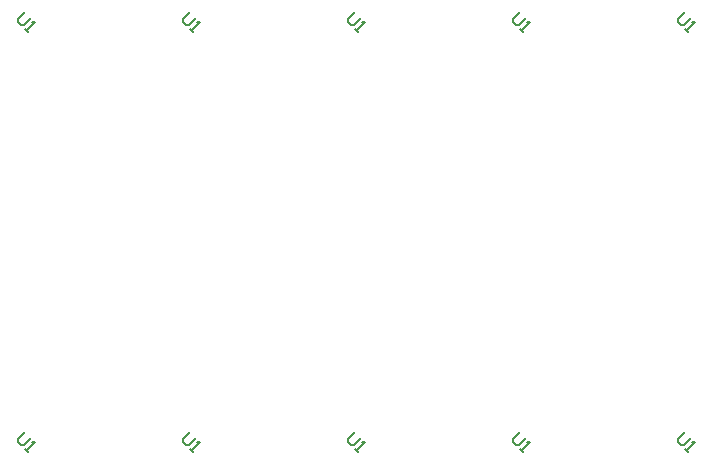
<source format=gbr>
%TF.GenerationSoftware,Altium Limited,Altium Designer,21.6.4 (81)*%
G04 Layer_Color=16711935*
%FSLAX26Y26*%
%MOIN*%
%TF.SameCoordinates,5FA90F47-3B47-4036-B415-51D33840892C*%
%TF.FilePolarity,Positive*%
%TF.FileFunction,Other,Mechanical_1*%
%TF.Part,CustomerPanel*%
G01*
G75*
%TA.AperFunction,NonConductor*%
%ADD20C,0.007000*%
D20*
X1312576Y1533473D02*
X1322001Y1524048D01*
X1317288Y1528760D01*
X1345563Y1557036D01*
X1336138D01*
X1331426Y1571173D02*
X1307863Y1547611D01*
X1298438D01*
X1289013Y1557036D01*
Y1566461D01*
X1312576Y1590023D01*
X1862576D02*
X1839013Y1566461D01*
Y1557036D01*
X1848438Y1547611D01*
X1857863D01*
X1881426Y1571173D01*
X1886138Y1557036D02*
X1895563D01*
X1867288Y1528760D01*
X1872001Y1524048D01*
X1862576Y1533473D01*
X2389013Y1557036D02*
X2398438Y1547611D01*
X2407863D01*
X2431426Y1571173D01*
X2436138Y1557036D02*
X2445563D01*
X2417288Y1528760D01*
X2422001Y1524048D01*
X2412576Y1533473D01*
Y1590023D02*
X2389013Y1566461D01*
Y1557036D01*
X2939013D02*
X2948438Y1547611D01*
X2957863D01*
X2981426Y1571173D01*
X2986138Y1557036D02*
X2995563D01*
X2967288Y1528760D01*
X2972001Y1524048D01*
X2962576Y1533473D01*
X2939013Y1557036D02*
Y1566461D01*
X2962576Y1590023D01*
X3489013Y1566461D02*
Y1557036D01*
X3498438Y1547611D01*
X3507863D01*
X3531426Y1571173D01*
X3536138Y1557036D02*
X3545563D01*
X3517288Y1528760D01*
X3522001Y1524048D01*
X3512576Y1533473D01*
Y1590023D02*
X3489013Y1566461D01*
X3512576Y2933473D02*
X3522001Y2924048D01*
X3517288Y2928760D01*
X3545563Y2957036D01*
X3536138D01*
X3531426Y2971173D02*
X3507863Y2947611D01*
X3498438D01*
X3489013Y2957036D01*
Y2966461D01*
X3512576Y2990023D01*
X2995563Y2957036D02*
X2986138D01*
X2995563D02*
X2967288Y2928760D01*
X2972001Y2924048D01*
X2962576Y2933473D01*
X2957863Y2947611D02*
X2981426Y2971173D01*
X2962576Y2990023D02*
X2939013Y2966461D01*
Y2957036D01*
X2948438Y2947611D01*
X2957863D01*
X2445563Y2957036D02*
X2436138D01*
X2445563D02*
X2417288Y2928760D01*
X2422001Y2924048D01*
X2412576Y2933473D01*
X2407863Y2947611D02*
X2431426Y2971173D01*
X2412576Y2990023D02*
X2389013Y2966461D01*
Y2957036D01*
X2398438Y2947611D01*
X2407863D01*
X1895563Y2957036D02*
X1886138D01*
X1895563D02*
X1867288Y2928760D01*
X1872001Y2924048D01*
X1862576Y2933473D01*
X1857863Y2947611D02*
X1881426Y2971173D01*
X1862576Y2990023D02*
X1839013Y2966461D01*
Y2957036D01*
X1848438Y2947611D01*
X1857863D01*
X1345563Y2957036D02*
X1336138D01*
X1345563D02*
X1317288Y2928760D01*
X1322001Y2924048D01*
X1312576Y2933473D01*
X1307863Y2947611D02*
X1331426Y2971173D01*
X1312576Y2990023D02*
X1289013Y2966461D01*
Y2957036D01*
X1298438Y2947611D01*
X1307863D01*
%TF.MD5,9d9c121c0f60fb53284dde91a1d73466*%
M02*

</source>
